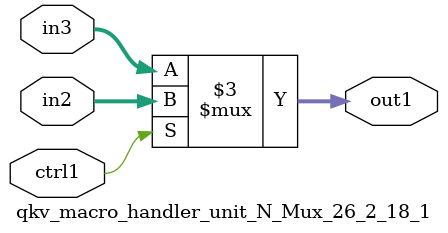
<source format=v>

`timescale 1ps / 1ps


module qkv_macro_handler_unit_N_Mux_26_2_18_1( in3, in2, ctrl1, out1 );

    input [25:0] in3;
    input [25:0] in2;
    input ctrl1;
    output [25:0] out1;
    reg [25:0] out1;

    
    // rtl_process:qkv_macro_handler_unit_N_Mux_26_2_18_1/qkv_macro_handler_unit_N_Mux_26_2_18_1_thread_1
    always @*
      begin : qkv_macro_handler_unit_N_Mux_26_2_18_1_thread_1
        case (ctrl1) 
          1'b1: 
            begin
              out1 = in2;
            end
          default: 
            begin
              out1 = in3;
            end
        endcase
      end

endmodule



</source>
